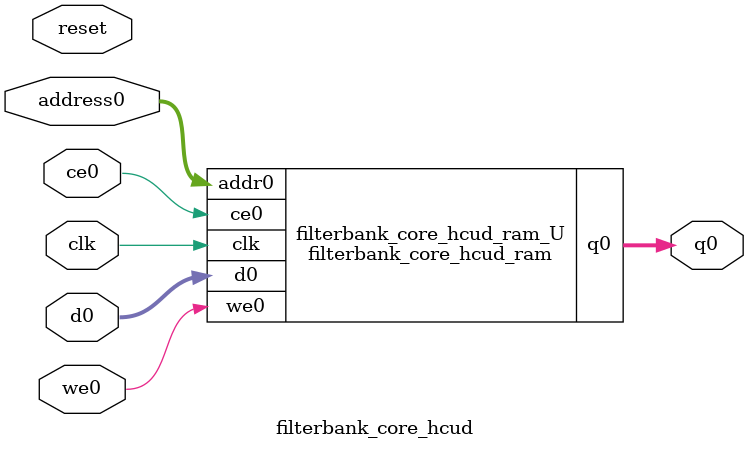
<source format=v>

`timescale 1 ns / 1 ps
module filterbank_core_hcud_ram (addr0, ce0, d0, we0, q0,  clk);

parameter DWIDTH = 32;
parameter AWIDTH = 5;
parameter MEM_SIZE = 32;

input[AWIDTH-1:0] addr0;
input ce0;
input[DWIDTH-1:0] d0;
input we0;
output reg[DWIDTH-1:0] q0;
input clk;

(* ram_style = "block" *)reg [DWIDTH-1:0] ram[0:MEM_SIZE-1];




always @(posedge clk)  
begin 
    if (ce0) 
    begin
        if (we0) 
        begin 
            ram[addr0] <= d0; 
            q0 <= d0;
        end 
        else 
            q0 <= ram[addr0];
    end
end


endmodule


`timescale 1 ns / 1 ps
module filterbank_core_hcud(
    reset,
    clk,
    address0,
    ce0,
    we0,
    d0,
    q0);

parameter DataWidth = 32'd32;
parameter AddressRange = 32'd32;
parameter AddressWidth = 32'd5;
input reset;
input clk;
input[AddressWidth - 1:0] address0;
input ce0;
input we0;
input[DataWidth - 1:0] d0;
output[DataWidth - 1:0] q0;



filterbank_core_hcud_ram filterbank_core_hcud_ram_U(
    .clk( clk ),
    .addr0( address0 ),
    .ce0( ce0 ),
    .d0( d0 ),
    .we0( we0 ),
    .q0( q0 ));

endmodule


</source>
